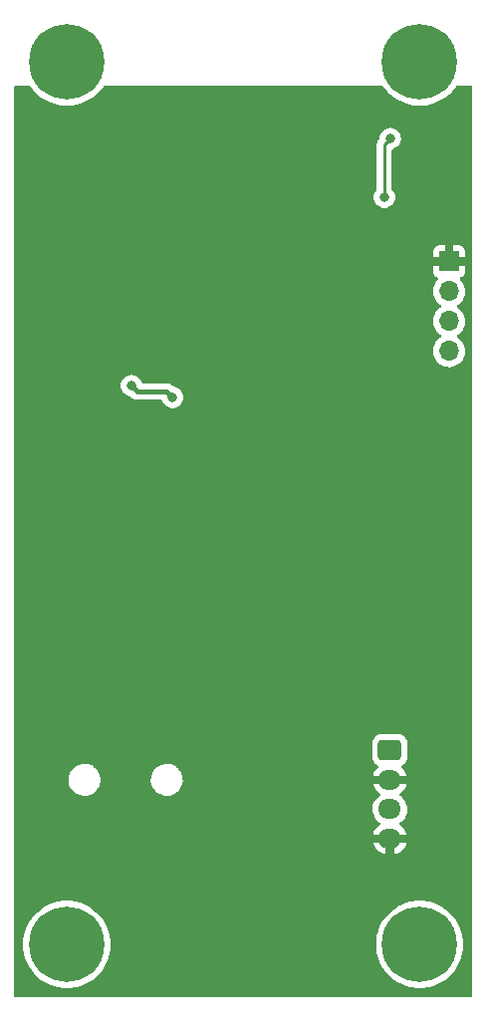
<source format=gbr>
%TF.GenerationSoftware,KiCad,Pcbnew,(6.0.0)*%
%TF.CreationDate,2022-10-20T10:52:42+02:00*%
%TF.ProjectId,ESP-input,4553502d-696e-4707-9574-2e6b69636164,rev?*%
%TF.SameCoordinates,Original*%
%TF.FileFunction,Copper,L2,Bot*%
%TF.FilePolarity,Positive*%
%FSLAX46Y46*%
G04 Gerber Fmt 4.6, Leading zero omitted, Abs format (unit mm)*
G04 Created by KiCad (PCBNEW (6.0.0)) date 2022-10-20 10:52:42*
%MOMM*%
%LPD*%
G01*
G04 APERTURE LIST*
G04 Aperture macros list*
%AMRoundRect*
0 Rectangle with rounded corners*
0 $1 Rounding radius*
0 $2 $3 $4 $5 $6 $7 $8 $9 X,Y pos of 4 corners*
0 Add a 4 corners polygon primitive as box body*
4,1,4,$2,$3,$4,$5,$6,$7,$8,$9,$2,$3,0*
0 Add four circle primitives for the rounded corners*
1,1,$1+$1,$2,$3*
1,1,$1+$1,$4,$5*
1,1,$1+$1,$6,$7*
1,1,$1+$1,$8,$9*
0 Add four rect primitives between the rounded corners*
20,1,$1+$1,$2,$3,$4,$5,0*
20,1,$1+$1,$4,$5,$6,$7,0*
20,1,$1+$1,$6,$7,$8,$9,0*
20,1,$1+$1,$8,$9,$2,$3,0*%
G04 Aperture macros list end*
%TA.AperFunction,ComponentPad*%
%ADD10RoundRect,0.250000X-0.725000X0.600000X-0.725000X-0.600000X0.725000X-0.600000X0.725000X0.600000X0*%
%TD*%
%TA.AperFunction,ComponentPad*%
%ADD11O,1.950000X1.700000*%
%TD*%
%TA.AperFunction,ComponentPad*%
%ADD12C,0.800000*%
%TD*%
%TA.AperFunction,ComponentPad*%
%ADD13C,6.400000*%
%TD*%
%TA.AperFunction,ComponentPad*%
%ADD14R,1.700000X1.700000*%
%TD*%
%TA.AperFunction,ComponentPad*%
%ADD15O,1.700000X1.700000*%
%TD*%
%TA.AperFunction,ViaPad*%
%ADD16C,0.800000*%
%TD*%
%TA.AperFunction,Conductor*%
%ADD17C,0.250000*%
%TD*%
%TA.AperFunction,Conductor*%
%ADD18C,0.400000*%
%TD*%
G04 APERTURE END LIST*
D10*
%TO.P,J2,1,Pin_1*%
%TO.N,+9V*%
X107467500Y-133500000D03*
D11*
%TO.P,J2,2,Pin_2*%
%TO.N,GND*%
X107467500Y-136000000D03*
%TO.P,J2,3,Pin_3*%
%TO.N,/LEFT*%
X107467500Y-138500000D03*
%TO.P,J2,4,Pin_4*%
%TO.N,GND*%
X107467500Y-141000000D03*
%TD*%
D12*
%TO.P,REF\u002A\u002A,1*%
%TO.N,N/C*%
X81697056Y-151697056D03*
X78302944Y-148302944D03*
X81697056Y-148302944D03*
X82400000Y-150000000D03*
X80000000Y-147600000D03*
X78302944Y-151697056D03*
D13*
X80000000Y-150000000D03*
D12*
X80000000Y-152400000D03*
X77600000Y-150000000D03*
%TD*%
%TO.P,REF\u002A\u002A,1*%
%TO.N,N/C*%
X108302944Y-148302944D03*
X110000000Y-152400000D03*
X108302944Y-151697056D03*
X111697056Y-151697056D03*
D13*
X110000000Y-150000000D03*
D12*
X111697056Y-148302944D03*
X112400000Y-150000000D03*
X110000000Y-147600000D03*
X107600000Y-150000000D03*
%TD*%
D14*
%TO.P,J3,1,Pin_1*%
%TO.N,GND*%
X112500000Y-91950000D03*
D15*
%TO.P,J3,2,Pin_2*%
%TO.N,/TX*%
X112500000Y-94490000D03*
%TO.P,J3,3,Pin_3*%
%TO.N,/RX*%
X112500000Y-97030000D03*
%TO.P,J3,4,Pin_4*%
%TO.N,+3V3*%
X112500000Y-99570000D03*
%TD*%
D12*
%TO.P,REF\u002A\u002A,1*%
%TO.N,N/C*%
X111697056Y-73302944D03*
X111697056Y-76697056D03*
X112400000Y-75000000D03*
X107600000Y-75000000D03*
X108302944Y-76697056D03*
D13*
X110000000Y-75000000D03*
D12*
X110000000Y-72600000D03*
X110000000Y-77400000D03*
X108302944Y-73302944D03*
%TD*%
%TO.P,REF\u002A\u002A,1*%
%TO.N,N/C*%
X82400000Y-75000000D03*
X77600000Y-75000000D03*
X81697056Y-76697056D03*
X80000000Y-72600000D03*
X78302944Y-73302944D03*
X78302944Y-76697056D03*
D13*
X80000000Y-75000000D03*
D12*
X81697056Y-73302944D03*
X80000000Y-77400000D03*
%TD*%
D16*
%TO.N,GND*%
X82500000Y-139500000D03*
%TO.N,Net-(A1-Pad25)*%
X107500000Y-81500000D03*
X107000000Y-86500000D03*
%TO.N,GND*%
X93000000Y-122000000D03*
X84500000Y-112500000D03*
X95000000Y-115000000D03*
X88275000Y-112225000D03*
X81000000Y-116000000D03*
X81500000Y-112500000D03*
X84500000Y-121500000D03*
X89000000Y-118000000D03*
X82000000Y-126000000D03*
X86000000Y-129000000D03*
X78000000Y-95000000D03*
X84000000Y-95000000D03*
X90000000Y-83000000D03*
X90000000Y-84000000D03*
X90000000Y-85000000D03*
X90000000Y-86000000D03*
X90000000Y-87000000D03*
X90000000Y-88000000D03*
X91000000Y-89000000D03*
X92000000Y-89000000D03*
X93000000Y-89000000D03*
X94000000Y-89000000D03*
X95000000Y-89000000D03*
X96000000Y-89000000D03*
X97000000Y-87000000D03*
X97000000Y-88000000D03*
X97000000Y-86000000D03*
X97000000Y-85000000D03*
X97000000Y-83000000D03*
X96000000Y-82000000D03*
X95000000Y-82000000D03*
X94000000Y-82000000D03*
X93000000Y-82000000D03*
X91000000Y-82000000D03*
X92000000Y-82000000D03*
X90000000Y-82000000D03*
X90000000Y-89000000D03*
X97000000Y-89000000D03*
X97000000Y-84000000D03*
X97000000Y-82000000D03*
X111000000Y-114000000D03*
X104000000Y-116000000D03*
%TO.N,+3V3*%
X85500000Y-102500000D03*
X89000000Y-103500000D03*
%TD*%
D17*
%TO.N,Net-(A1-Pad25)*%
X107000000Y-82000000D02*
X107500000Y-81500000D01*
X107000000Y-86500000D02*
X107000000Y-82000000D01*
D18*
%TO.N,+3V3*%
X88500000Y-103000000D02*
X89000000Y-103500000D01*
X86000000Y-103000000D02*
X88500000Y-103000000D01*
X85500000Y-102500000D02*
X86000000Y-103000000D01*
%TD*%
%TA.AperFunction,Conductor*%
%TO.N,GND*%
G36*
X76876645Y-77020002D02*
G01*
X76914196Y-77057375D01*
X76995643Y-77182793D01*
X77240266Y-77484876D01*
X77515124Y-77759734D01*
X77817207Y-78004357D01*
X78143205Y-78216062D01*
X78146139Y-78217557D01*
X78146146Y-78217561D01*
X78486607Y-78391034D01*
X78489547Y-78392532D01*
X78852438Y-78531833D01*
X79227901Y-78632438D01*
X79431793Y-78664732D01*
X79608576Y-78692732D01*
X79608584Y-78692733D01*
X79611824Y-78693246D01*
X80000000Y-78713589D01*
X80388176Y-78693246D01*
X80391416Y-78692733D01*
X80391424Y-78692732D01*
X80568207Y-78664732D01*
X80772099Y-78632438D01*
X81147562Y-78531833D01*
X81510453Y-78392532D01*
X81513393Y-78391034D01*
X81853854Y-78217561D01*
X81853861Y-78217557D01*
X81856795Y-78216062D01*
X82182793Y-78004357D01*
X82484876Y-77759734D01*
X82759734Y-77484876D01*
X83004357Y-77182793D01*
X83085804Y-77057375D01*
X83139679Y-77011139D01*
X83191476Y-77000000D01*
X106808524Y-77000000D01*
X106876645Y-77020002D01*
X106914196Y-77057375D01*
X106995643Y-77182793D01*
X107240266Y-77484876D01*
X107515124Y-77759734D01*
X107817207Y-78004357D01*
X108143205Y-78216062D01*
X108146139Y-78217557D01*
X108146146Y-78217561D01*
X108486607Y-78391034D01*
X108489547Y-78392532D01*
X108852438Y-78531833D01*
X109227901Y-78632438D01*
X109431793Y-78664732D01*
X109608576Y-78692732D01*
X109608584Y-78692733D01*
X109611824Y-78693246D01*
X110000000Y-78713589D01*
X110388176Y-78693246D01*
X110391416Y-78692733D01*
X110391424Y-78692732D01*
X110568207Y-78664732D01*
X110772099Y-78632438D01*
X111147562Y-78531833D01*
X111510453Y-78392532D01*
X111513393Y-78391034D01*
X111853854Y-78217561D01*
X111853861Y-78217557D01*
X111856795Y-78216062D01*
X112182793Y-78004357D01*
X112484876Y-77759734D01*
X112759734Y-77484876D01*
X113004357Y-77182793D01*
X113085804Y-77057375D01*
X113139679Y-77011139D01*
X113191476Y-77000000D01*
X114366000Y-77000000D01*
X114434121Y-77020002D01*
X114480614Y-77073658D01*
X114492000Y-77126000D01*
X114492000Y-154366000D01*
X114471998Y-154434121D01*
X114418342Y-154480614D01*
X114366000Y-154492000D01*
X75634000Y-154492000D01*
X75565879Y-154471998D01*
X75519386Y-154418342D01*
X75508000Y-154366000D01*
X75508000Y-150000000D01*
X76286411Y-150000000D01*
X76306754Y-150388176D01*
X76367562Y-150772099D01*
X76468167Y-151147562D01*
X76607468Y-151510453D01*
X76783938Y-151856794D01*
X76995643Y-152182793D01*
X77240266Y-152484876D01*
X77515124Y-152759734D01*
X77817207Y-153004357D01*
X78143205Y-153216062D01*
X78146139Y-153217557D01*
X78146146Y-153217561D01*
X78486607Y-153391034D01*
X78489547Y-153392532D01*
X78852438Y-153531833D01*
X79227901Y-153632438D01*
X79431793Y-153664732D01*
X79608576Y-153692732D01*
X79608584Y-153692733D01*
X79611824Y-153693246D01*
X80000000Y-153713589D01*
X80388176Y-153693246D01*
X80391416Y-153692733D01*
X80391424Y-153692732D01*
X80568207Y-153664732D01*
X80772099Y-153632438D01*
X81147562Y-153531833D01*
X81510453Y-153392532D01*
X81513393Y-153391034D01*
X81853854Y-153217561D01*
X81853861Y-153217557D01*
X81856795Y-153216062D01*
X82182793Y-153004357D01*
X82484876Y-152759734D01*
X82759734Y-152484876D01*
X83004357Y-152182793D01*
X83216062Y-151856794D01*
X83392532Y-151510453D01*
X83531833Y-151147562D01*
X83632438Y-150772099D01*
X83693246Y-150388176D01*
X83713589Y-150000000D01*
X106286411Y-150000000D01*
X106306754Y-150388176D01*
X106367562Y-150772099D01*
X106468167Y-151147562D01*
X106607468Y-151510453D01*
X106783938Y-151856794D01*
X106995643Y-152182793D01*
X107240266Y-152484876D01*
X107515124Y-152759734D01*
X107817207Y-153004357D01*
X108143205Y-153216062D01*
X108146139Y-153217557D01*
X108146146Y-153217561D01*
X108486607Y-153391034D01*
X108489547Y-153392532D01*
X108852438Y-153531833D01*
X109227901Y-153632438D01*
X109431793Y-153664732D01*
X109608576Y-153692732D01*
X109608584Y-153692733D01*
X109611824Y-153693246D01*
X110000000Y-153713589D01*
X110388176Y-153693246D01*
X110391416Y-153692733D01*
X110391424Y-153692732D01*
X110568207Y-153664732D01*
X110772099Y-153632438D01*
X111147562Y-153531833D01*
X111510453Y-153392532D01*
X111513393Y-153391034D01*
X111853854Y-153217561D01*
X111853861Y-153217557D01*
X111856795Y-153216062D01*
X112182793Y-153004357D01*
X112484876Y-152759734D01*
X112759734Y-152484876D01*
X113004357Y-152182793D01*
X113216062Y-151856794D01*
X113392532Y-151510453D01*
X113531833Y-151147562D01*
X113632438Y-150772099D01*
X113693246Y-150388176D01*
X113713589Y-150000000D01*
X113693246Y-149611824D01*
X113632438Y-149227901D01*
X113531833Y-148852438D01*
X113392532Y-148489547D01*
X113216062Y-148143206D01*
X113004357Y-147817207D01*
X112759734Y-147515124D01*
X112484876Y-147240266D01*
X112182793Y-146995643D01*
X111856795Y-146783938D01*
X111853861Y-146782443D01*
X111853854Y-146782439D01*
X111513393Y-146608966D01*
X111510453Y-146607468D01*
X111147562Y-146468167D01*
X110772099Y-146367562D01*
X110568207Y-146335268D01*
X110391424Y-146307268D01*
X110391416Y-146307267D01*
X110388176Y-146306754D01*
X110000000Y-146286411D01*
X109611824Y-146306754D01*
X109608584Y-146307267D01*
X109608576Y-146307268D01*
X109431793Y-146335268D01*
X109227901Y-146367562D01*
X108852438Y-146468167D01*
X108489547Y-146607468D01*
X108486607Y-146608966D01*
X108146147Y-146782439D01*
X108146140Y-146782443D01*
X108143206Y-146783938D01*
X107817207Y-146995643D01*
X107515124Y-147240266D01*
X107240266Y-147515124D01*
X106995643Y-147817207D01*
X106783938Y-148143206D01*
X106607468Y-148489547D01*
X106468167Y-148852438D01*
X106367562Y-149227901D01*
X106306754Y-149611824D01*
X106286411Y-150000000D01*
X83713589Y-150000000D01*
X83693246Y-149611824D01*
X83632438Y-149227901D01*
X83531833Y-148852438D01*
X83392532Y-148489547D01*
X83216062Y-148143206D01*
X83004357Y-147817207D01*
X82759734Y-147515124D01*
X82484876Y-147240266D01*
X82182793Y-146995643D01*
X81856795Y-146783938D01*
X81853861Y-146782443D01*
X81853854Y-146782439D01*
X81513393Y-146608966D01*
X81510453Y-146607468D01*
X81147562Y-146468167D01*
X80772099Y-146367562D01*
X80568207Y-146335268D01*
X80391424Y-146307268D01*
X80391416Y-146307267D01*
X80388176Y-146306754D01*
X80000000Y-146286411D01*
X79611824Y-146306754D01*
X79608584Y-146307267D01*
X79608576Y-146307268D01*
X79431793Y-146335268D01*
X79227901Y-146367562D01*
X78852438Y-146468167D01*
X78489547Y-146607468D01*
X78486607Y-146608966D01*
X78146147Y-146782439D01*
X78146140Y-146782443D01*
X78143206Y-146783938D01*
X77817207Y-146995643D01*
X77515124Y-147240266D01*
X77240266Y-147515124D01*
X76995643Y-147817207D01*
X76783938Y-148143206D01*
X76607468Y-148489547D01*
X76468167Y-148852438D01*
X76367562Y-149227901D01*
X76306754Y-149611824D01*
X76286411Y-150000000D01*
X75508000Y-150000000D01*
X75508000Y-141364580D01*
X106031395Y-141364580D01*
X106035978Y-141386425D01*
X106039035Y-141396612D01*
X106119763Y-141601029D01*
X106124494Y-141610561D01*
X106238516Y-141798462D01*
X106244780Y-141807052D01*
X106388827Y-141973052D01*
X106396458Y-141980472D01*
X106566411Y-142119826D01*
X106575178Y-142125850D01*
X106766182Y-142234576D01*
X106775846Y-142239041D01*
X106982441Y-142314031D01*
X106992708Y-142316802D01*
X107099674Y-142336145D01*
X107112913Y-142334727D01*
X107115741Y-142325703D01*
X107817500Y-142325703D01*
X107821810Y-142340383D01*
X107829028Y-142341636D01*
X108040035Y-142286870D01*
X108050075Y-142283335D01*
X108250470Y-142193063D01*
X108259756Y-142187894D01*
X108442075Y-142065150D01*
X108450370Y-142058481D01*
X108609400Y-141906772D01*
X108616441Y-141898814D01*
X108747641Y-141722475D01*
X108753245Y-141713438D01*
X108852857Y-141517516D01*
X108856857Y-141507665D01*
X108900441Y-141367300D01*
X108900659Y-141353201D01*
X108893928Y-141350000D01*
X107835615Y-141350000D01*
X107820376Y-141354475D01*
X107819171Y-141355865D01*
X107817500Y-141363548D01*
X107817500Y-142325703D01*
X107115741Y-142325703D01*
X107117500Y-142320088D01*
X107117500Y-141368115D01*
X107113025Y-141352876D01*
X107111635Y-141351671D01*
X107103952Y-141350000D01*
X106046451Y-141350000D01*
X106032920Y-141353973D01*
X106031395Y-141364580D01*
X75508000Y-141364580D01*
X75508000Y-138435774D01*
X105980602Y-138435774D01*
X105989251Y-138666158D01*
X106036593Y-138891791D01*
X106121276Y-139106221D01*
X106240877Y-139303317D01*
X106244374Y-139307347D01*
X106330938Y-139407103D01*
X106391977Y-139477445D01*
X106396108Y-139480832D01*
X106566127Y-139620240D01*
X106566133Y-139620244D01*
X106570255Y-139623624D01*
X106574898Y-139626267D01*
X106602235Y-139641829D01*
X106651541Y-139692912D01*
X106665402Y-139762542D01*
X106639418Y-139828613D01*
X106610268Y-139855851D01*
X106492922Y-139934852D01*
X106484630Y-139941519D01*
X106325600Y-140093228D01*
X106318559Y-140101186D01*
X106187359Y-140277525D01*
X106181755Y-140286562D01*
X106082143Y-140482484D01*
X106078143Y-140492335D01*
X106034559Y-140632700D01*
X106034341Y-140646799D01*
X106041072Y-140650000D01*
X108888549Y-140650000D01*
X108902080Y-140646027D01*
X108903605Y-140635420D01*
X108899022Y-140613575D01*
X108895965Y-140603388D01*
X108815237Y-140398971D01*
X108810506Y-140389439D01*
X108696484Y-140201538D01*
X108690220Y-140192948D01*
X108546173Y-140026948D01*
X108538542Y-140019528D01*
X108368589Y-139880174D01*
X108359826Y-139874152D01*
X108332789Y-139858762D01*
X108283482Y-139807680D01*
X108269620Y-139738049D01*
X108295603Y-139671978D01*
X108324753Y-139644739D01*
X108378032Y-139608869D01*
X108446819Y-139562559D01*
X108613635Y-139403424D01*
X108751254Y-139218458D01*
X108855740Y-139012949D01*
X108891821Y-138896752D01*
X108922524Y-138797871D01*
X108924107Y-138792773D01*
X108924808Y-138787484D01*
X108953698Y-138569511D01*
X108953698Y-138569506D01*
X108954398Y-138564226D01*
X108945749Y-138333842D01*
X108898407Y-138108209D01*
X108813724Y-137893779D01*
X108694123Y-137696683D01*
X108607255Y-137596576D01*
X108546523Y-137526588D01*
X108546521Y-137526586D01*
X108543023Y-137522555D01*
X108501470Y-137488484D01*
X108368873Y-137379760D01*
X108368867Y-137379756D01*
X108364745Y-137376376D01*
X108360102Y-137373733D01*
X108332765Y-137358171D01*
X108283459Y-137307088D01*
X108269598Y-137237458D01*
X108295582Y-137171387D01*
X108324732Y-137144149D01*
X108442078Y-137065148D01*
X108450370Y-137058481D01*
X108609400Y-136906772D01*
X108616441Y-136898814D01*
X108747641Y-136722475D01*
X108753245Y-136713438D01*
X108852857Y-136517516D01*
X108856857Y-136507665D01*
X108900441Y-136367300D01*
X108900659Y-136353201D01*
X108893928Y-136350000D01*
X106046451Y-136350000D01*
X106032920Y-136353973D01*
X106031395Y-136364580D01*
X106035978Y-136386425D01*
X106039035Y-136396612D01*
X106119763Y-136601029D01*
X106124494Y-136610561D01*
X106238516Y-136798462D01*
X106244780Y-136807052D01*
X106388827Y-136973052D01*
X106396458Y-136980472D01*
X106566411Y-137119826D01*
X106575174Y-137125848D01*
X106602211Y-137141238D01*
X106651518Y-137192320D01*
X106665380Y-137261951D01*
X106639397Y-137328022D01*
X106610247Y-137355261D01*
X106605540Y-137358430D01*
X106488181Y-137437441D01*
X106321365Y-137596576D01*
X106183746Y-137781542D01*
X106079260Y-137987051D01*
X106077678Y-137992145D01*
X106077677Y-137992148D01*
X106015615Y-138192020D01*
X106010893Y-138207227D01*
X106010192Y-138212516D01*
X105994804Y-138328623D01*
X105980602Y-138435774D01*
X75508000Y-138435774D01*
X75508000Y-135935774D01*
X80138102Y-135935774D01*
X80146751Y-136166158D01*
X80194093Y-136391791D01*
X80196051Y-136396750D01*
X80196052Y-136396752D01*
X80276726Y-136601029D01*
X80278776Y-136606221D01*
X80398377Y-136803317D01*
X80401874Y-136807347D01*
X80488438Y-136907103D01*
X80549477Y-136977445D01*
X80553608Y-136980832D01*
X80723627Y-137120240D01*
X80723633Y-137120244D01*
X80727755Y-137123624D01*
X80732391Y-137126263D01*
X80732394Y-137126265D01*
X80850522Y-137193507D01*
X80928114Y-137237675D01*
X81144825Y-137316337D01*
X81150074Y-137317286D01*
X81150077Y-137317287D01*
X81367608Y-137356623D01*
X81367615Y-137356624D01*
X81371692Y-137357361D01*
X81388868Y-137358171D01*
X81394356Y-137358430D01*
X81394363Y-137358430D01*
X81395844Y-137358500D01*
X81557890Y-137358500D01*
X81624809Y-137352822D01*
X81724409Y-137344371D01*
X81724413Y-137344370D01*
X81729720Y-137343920D01*
X81734875Y-137342582D01*
X81734881Y-137342581D01*
X81947703Y-137287343D01*
X81947707Y-137287342D01*
X81952872Y-137286001D01*
X81957738Y-137283809D01*
X81957741Y-137283808D01*
X82158202Y-137193507D01*
X82163075Y-137191312D01*
X82354319Y-137062559D01*
X82521135Y-136903424D01*
X82658754Y-136718458D01*
X82661307Y-136713438D01*
X82760822Y-136517704D01*
X82763240Y-136512949D01*
X82799321Y-136396752D01*
X82830024Y-136297871D01*
X82831607Y-136292773D01*
X82832308Y-136287484D01*
X82861198Y-136069511D01*
X82861198Y-136069506D01*
X82861898Y-136064226D01*
X82857076Y-135935774D01*
X87138102Y-135935774D01*
X87146751Y-136166158D01*
X87194093Y-136391791D01*
X87196051Y-136396750D01*
X87196052Y-136396752D01*
X87276726Y-136601029D01*
X87278776Y-136606221D01*
X87398377Y-136803317D01*
X87401874Y-136807347D01*
X87488438Y-136907103D01*
X87549477Y-136977445D01*
X87553608Y-136980832D01*
X87723627Y-137120240D01*
X87723633Y-137120244D01*
X87727755Y-137123624D01*
X87732391Y-137126263D01*
X87732394Y-137126265D01*
X87850522Y-137193507D01*
X87928114Y-137237675D01*
X88144825Y-137316337D01*
X88150074Y-137317286D01*
X88150077Y-137317287D01*
X88367608Y-137356623D01*
X88367615Y-137356624D01*
X88371692Y-137357361D01*
X88388868Y-137358171D01*
X88394356Y-137358430D01*
X88394363Y-137358430D01*
X88395844Y-137358500D01*
X88557890Y-137358500D01*
X88624809Y-137352822D01*
X88724409Y-137344371D01*
X88724413Y-137344370D01*
X88729720Y-137343920D01*
X88734875Y-137342582D01*
X88734881Y-137342581D01*
X88947703Y-137287343D01*
X88947707Y-137287342D01*
X88952872Y-137286001D01*
X88957738Y-137283809D01*
X88957741Y-137283808D01*
X89158202Y-137193507D01*
X89163075Y-137191312D01*
X89354319Y-137062559D01*
X89521135Y-136903424D01*
X89658754Y-136718458D01*
X89661307Y-136713438D01*
X89760822Y-136517704D01*
X89763240Y-136512949D01*
X89799321Y-136396752D01*
X89830024Y-136297871D01*
X89831607Y-136292773D01*
X89832308Y-136287484D01*
X89861198Y-136069511D01*
X89861198Y-136069506D01*
X89861898Y-136064226D01*
X89853249Y-135833842D01*
X89805907Y-135608209D01*
X89756181Y-135482296D01*
X89723185Y-135398744D01*
X89723184Y-135398742D01*
X89721224Y-135393779D01*
X89601623Y-135196683D01*
X89511855Y-135093234D01*
X89454023Y-135026588D01*
X89454021Y-135026586D01*
X89450523Y-135022555D01*
X89395355Y-134977320D01*
X89276373Y-134879760D01*
X89276367Y-134879756D01*
X89272245Y-134876376D01*
X89267609Y-134873737D01*
X89267606Y-134873735D01*
X89076529Y-134764968D01*
X89071886Y-134762325D01*
X88855175Y-134683663D01*
X88849926Y-134682714D01*
X88849923Y-134682713D01*
X88632392Y-134643377D01*
X88632385Y-134643376D01*
X88628308Y-134642639D01*
X88610586Y-134641803D01*
X88605644Y-134641570D01*
X88605637Y-134641570D01*
X88604156Y-134641500D01*
X88442110Y-134641500D01*
X88375191Y-134647178D01*
X88275591Y-134655629D01*
X88275587Y-134655630D01*
X88270280Y-134656080D01*
X88265125Y-134657418D01*
X88265119Y-134657419D01*
X88052297Y-134712657D01*
X88052293Y-134712658D01*
X88047128Y-134713999D01*
X88042262Y-134716191D01*
X88042259Y-134716192D01*
X87933980Y-134764968D01*
X87836925Y-134808688D01*
X87645681Y-134937441D01*
X87478865Y-135096576D01*
X87341246Y-135281542D01*
X87338830Y-135286293D01*
X87338828Y-135286297D01*
X87289003Y-135384296D01*
X87236760Y-135487051D01*
X87235178Y-135492145D01*
X87235177Y-135492148D01*
X87186163Y-135650000D01*
X87168393Y-135707227D01*
X87167692Y-135712516D01*
X87152304Y-135828623D01*
X87138102Y-135935774D01*
X82857076Y-135935774D01*
X82853249Y-135833842D01*
X82805907Y-135608209D01*
X82756181Y-135482296D01*
X82723185Y-135398744D01*
X82723184Y-135398742D01*
X82721224Y-135393779D01*
X82601623Y-135196683D01*
X82511855Y-135093234D01*
X82454023Y-135026588D01*
X82454021Y-135026586D01*
X82450523Y-135022555D01*
X82395355Y-134977320D01*
X82276373Y-134879760D01*
X82276367Y-134879756D01*
X82272245Y-134876376D01*
X82267609Y-134873737D01*
X82267606Y-134873735D01*
X82076529Y-134764968D01*
X82071886Y-134762325D01*
X81855175Y-134683663D01*
X81849926Y-134682714D01*
X81849923Y-134682713D01*
X81632392Y-134643377D01*
X81632385Y-134643376D01*
X81628308Y-134642639D01*
X81610586Y-134641803D01*
X81605644Y-134641570D01*
X81605637Y-134641570D01*
X81604156Y-134641500D01*
X81442110Y-134641500D01*
X81375191Y-134647178D01*
X81275591Y-134655629D01*
X81275587Y-134655630D01*
X81270280Y-134656080D01*
X81265125Y-134657418D01*
X81265119Y-134657419D01*
X81052297Y-134712657D01*
X81052293Y-134712658D01*
X81047128Y-134713999D01*
X81042262Y-134716191D01*
X81042259Y-134716192D01*
X80933980Y-134764968D01*
X80836925Y-134808688D01*
X80645681Y-134937441D01*
X80478865Y-135096576D01*
X80341246Y-135281542D01*
X80338830Y-135286293D01*
X80338828Y-135286297D01*
X80289003Y-135384296D01*
X80236760Y-135487051D01*
X80235178Y-135492145D01*
X80235177Y-135492148D01*
X80186163Y-135650000D01*
X80168393Y-135707227D01*
X80167692Y-135712516D01*
X80152304Y-135828623D01*
X80138102Y-135935774D01*
X75508000Y-135935774D01*
X75508000Y-134150400D01*
X105984000Y-134150400D01*
X105994974Y-134256166D01*
X106050950Y-134423946D01*
X106144022Y-134574348D01*
X106269197Y-134699305D01*
X106414758Y-134789030D01*
X106415280Y-134789352D01*
X106462773Y-134842124D01*
X106474197Y-134912196D01*
X106445923Y-134977320D01*
X106436136Y-134987782D01*
X106325594Y-135093234D01*
X106318559Y-135101186D01*
X106187359Y-135277525D01*
X106181755Y-135286562D01*
X106082143Y-135482484D01*
X106078143Y-135492335D01*
X106034559Y-135632700D01*
X106034341Y-135646799D01*
X106041072Y-135650000D01*
X108888549Y-135650000D01*
X108902080Y-135646027D01*
X108903605Y-135635420D01*
X108899022Y-135613575D01*
X108895965Y-135603388D01*
X108815237Y-135398971D01*
X108810506Y-135389439D01*
X108696484Y-135201538D01*
X108690220Y-135192948D01*
X108546173Y-135026948D01*
X108538544Y-135019530D01*
X108506931Y-134993609D01*
X108466936Y-134934949D01*
X108465004Y-134863979D01*
X108501748Y-134803230D01*
X108520518Y-134789030D01*
X108660620Y-134702332D01*
X108666848Y-134698478D01*
X108707836Y-134657419D01*
X108786634Y-134578483D01*
X108791805Y-134573303D01*
X108884615Y-134422738D01*
X108940297Y-134254861D01*
X108951000Y-134150400D01*
X108951000Y-132849600D01*
X108940026Y-132743834D01*
X108884050Y-132576054D01*
X108790978Y-132425652D01*
X108665803Y-132300695D01*
X108659572Y-132296854D01*
X108521468Y-132211725D01*
X108521466Y-132211724D01*
X108515238Y-132207885D01*
X108354754Y-132154655D01*
X108353889Y-132154368D01*
X108353887Y-132154368D01*
X108347361Y-132152203D01*
X108340525Y-132151503D01*
X108340522Y-132151502D01*
X108297469Y-132147091D01*
X108242900Y-132141500D01*
X106692100Y-132141500D01*
X106688854Y-132141837D01*
X106688850Y-132141837D01*
X106593192Y-132151762D01*
X106593188Y-132151763D01*
X106586334Y-132152474D01*
X106579798Y-132154655D01*
X106579796Y-132154655D01*
X106447694Y-132198728D01*
X106418554Y-132208450D01*
X106268152Y-132301522D01*
X106143195Y-132426697D01*
X106050385Y-132577262D01*
X105994703Y-132745139D01*
X105984000Y-132849600D01*
X105984000Y-134150400D01*
X75508000Y-134150400D01*
X75508000Y-102500000D01*
X84586496Y-102500000D01*
X84606458Y-102689928D01*
X84665473Y-102871556D01*
X84760960Y-103036944D01*
X84888747Y-103178866D01*
X85043248Y-103291118D01*
X85049276Y-103293802D01*
X85049278Y-103293803D01*
X85100560Y-103316635D01*
X85217712Y-103368794D01*
X85354411Y-103397850D01*
X85370569Y-103401285D01*
X85433467Y-103435437D01*
X85478550Y-103480520D01*
X85484404Y-103486785D01*
X85522439Y-103530385D01*
X85528657Y-103534755D01*
X85574697Y-103567112D01*
X85579993Y-103571045D01*
X85630282Y-103610477D01*
X85637204Y-103613602D01*
X85639452Y-103614964D01*
X85654185Y-103623368D01*
X85656524Y-103624622D01*
X85662739Y-103628990D01*
X85669815Y-103631749D01*
X85669819Y-103631751D01*
X85722269Y-103652200D01*
X85728334Y-103654749D01*
X85786573Y-103681045D01*
X85794038Y-103682429D01*
X85796582Y-103683226D01*
X85812848Y-103687859D01*
X85815428Y-103688521D01*
X85822509Y-103691282D01*
X85830042Y-103692274D01*
X85830043Y-103692274D01*
X85859912Y-103696206D01*
X85885857Y-103699622D01*
X85892355Y-103700650D01*
X85955187Y-103712296D01*
X85962767Y-103711859D01*
X85962768Y-103711859D01*
X86017393Y-103708709D01*
X86024647Y-103708500D01*
X88020948Y-103708500D01*
X88089069Y-103728502D01*
X88135562Y-103782158D01*
X88140781Y-103795562D01*
X88165473Y-103871556D01*
X88260960Y-104036944D01*
X88388747Y-104178866D01*
X88543248Y-104291118D01*
X88549276Y-104293802D01*
X88549278Y-104293803D01*
X88711681Y-104366109D01*
X88717712Y-104368794D01*
X88811113Y-104388647D01*
X88898056Y-104407128D01*
X88898061Y-104407128D01*
X88904513Y-104408500D01*
X89095487Y-104408500D01*
X89101939Y-104407128D01*
X89101944Y-104407128D01*
X89188887Y-104388647D01*
X89282288Y-104368794D01*
X89288319Y-104366109D01*
X89450722Y-104293803D01*
X89450724Y-104293802D01*
X89456752Y-104291118D01*
X89611253Y-104178866D01*
X89739040Y-104036944D01*
X89834527Y-103871556D01*
X89893542Y-103689928D01*
X89894247Y-103683226D01*
X89912814Y-103506565D01*
X89913504Y-103500000D01*
X89893542Y-103310072D01*
X89834527Y-103128444D01*
X89739040Y-102963056D01*
X89611253Y-102821134D01*
X89456752Y-102708882D01*
X89450724Y-102706198D01*
X89450722Y-102706197D01*
X89288319Y-102633891D01*
X89288318Y-102633891D01*
X89282288Y-102631206D01*
X89129431Y-102598715D01*
X89066533Y-102564563D01*
X89021450Y-102519480D01*
X89015596Y-102513215D01*
X89004068Y-102500000D01*
X88977561Y-102469615D01*
X88925280Y-102432871D01*
X88919986Y-102428939D01*
X88875693Y-102394209D01*
X88869718Y-102389524D01*
X88862802Y-102386401D01*
X88860516Y-102385017D01*
X88845835Y-102376643D01*
X88843475Y-102375378D01*
X88837261Y-102371010D01*
X88830182Y-102368250D01*
X88830180Y-102368249D01*
X88777725Y-102347798D01*
X88771656Y-102345247D01*
X88713427Y-102318955D01*
X88705960Y-102317571D01*
X88703405Y-102316770D01*
X88687152Y-102312141D01*
X88684572Y-102311478D01*
X88677491Y-102308718D01*
X88669960Y-102307727D01*
X88669958Y-102307726D01*
X88640089Y-102303794D01*
X88614139Y-102300378D01*
X88607641Y-102299348D01*
X88544814Y-102287704D01*
X88537234Y-102288141D01*
X88537233Y-102288141D01*
X88482608Y-102291291D01*
X88475354Y-102291500D01*
X86479052Y-102291500D01*
X86410931Y-102271498D01*
X86364438Y-102217842D01*
X86359219Y-102204437D01*
X86336568Y-102134725D01*
X86336567Y-102134724D01*
X86334527Y-102128444D01*
X86239040Y-101963056D01*
X86111253Y-101821134D01*
X85956752Y-101708882D01*
X85950724Y-101706198D01*
X85950722Y-101706197D01*
X85788319Y-101633891D01*
X85788318Y-101633891D01*
X85782288Y-101631206D01*
X85688887Y-101611353D01*
X85601944Y-101592872D01*
X85601939Y-101592872D01*
X85595487Y-101591500D01*
X85404513Y-101591500D01*
X85398061Y-101592872D01*
X85398056Y-101592872D01*
X85311113Y-101611353D01*
X85217712Y-101631206D01*
X85211682Y-101633891D01*
X85211681Y-101633891D01*
X85049278Y-101706197D01*
X85049276Y-101706198D01*
X85043248Y-101708882D01*
X84888747Y-101821134D01*
X84760960Y-101963056D01*
X84665473Y-102128444D01*
X84606458Y-102310072D01*
X84605768Y-102316633D01*
X84605768Y-102316635D01*
X84602619Y-102346601D01*
X84586496Y-102500000D01*
X75508000Y-102500000D01*
X75508000Y-99536695D01*
X111137251Y-99536695D01*
X111137548Y-99541848D01*
X111137548Y-99541851D01*
X111143011Y-99636590D01*
X111150110Y-99759715D01*
X111151247Y-99764761D01*
X111151248Y-99764767D01*
X111171119Y-99852939D01*
X111199222Y-99977639D01*
X111283266Y-100184616D01*
X111399987Y-100375088D01*
X111546250Y-100543938D01*
X111718126Y-100686632D01*
X111911000Y-100799338D01*
X112119692Y-100879030D01*
X112124760Y-100880061D01*
X112124763Y-100880062D01*
X112232017Y-100901883D01*
X112338597Y-100923567D01*
X112343772Y-100923757D01*
X112343774Y-100923757D01*
X112556673Y-100931564D01*
X112556677Y-100931564D01*
X112561837Y-100931753D01*
X112566957Y-100931097D01*
X112566959Y-100931097D01*
X112778288Y-100904025D01*
X112778289Y-100904025D01*
X112783416Y-100903368D01*
X112788366Y-100901883D01*
X112992429Y-100840661D01*
X112992434Y-100840659D01*
X112997384Y-100839174D01*
X113197994Y-100740896D01*
X113379860Y-100611173D01*
X113538096Y-100453489D01*
X113597594Y-100370689D01*
X113665435Y-100276277D01*
X113668453Y-100272077D01*
X113767430Y-100071811D01*
X113832370Y-99858069D01*
X113861529Y-99636590D01*
X113863156Y-99570000D01*
X113844852Y-99347361D01*
X113790431Y-99130702D01*
X113701354Y-98925840D01*
X113580014Y-98738277D01*
X113429670Y-98573051D01*
X113425619Y-98569852D01*
X113425615Y-98569848D01*
X113258414Y-98437800D01*
X113258410Y-98437798D01*
X113254359Y-98434598D01*
X113213053Y-98411796D01*
X113163084Y-98361364D01*
X113148312Y-98291921D01*
X113173428Y-98225516D01*
X113200780Y-98198909D01*
X113244603Y-98167650D01*
X113379860Y-98071173D01*
X113538096Y-97913489D01*
X113597594Y-97830689D01*
X113665435Y-97736277D01*
X113668453Y-97732077D01*
X113767430Y-97531811D01*
X113832370Y-97318069D01*
X113861529Y-97096590D01*
X113863156Y-97030000D01*
X113844852Y-96807361D01*
X113790431Y-96590702D01*
X113701354Y-96385840D01*
X113580014Y-96198277D01*
X113429670Y-96033051D01*
X113425619Y-96029852D01*
X113425615Y-96029848D01*
X113258414Y-95897800D01*
X113258410Y-95897798D01*
X113254359Y-95894598D01*
X113213053Y-95871796D01*
X113163084Y-95821364D01*
X113148312Y-95751921D01*
X113173428Y-95685516D01*
X113200780Y-95658909D01*
X113244603Y-95627650D01*
X113379860Y-95531173D01*
X113538096Y-95373489D01*
X113597594Y-95290689D01*
X113665435Y-95196277D01*
X113668453Y-95192077D01*
X113767430Y-94991811D01*
X113832370Y-94778069D01*
X113861529Y-94556590D01*
X113863156Y-94490000D01*
X113844852Y-94267361D01*
X113790431Y-94050702D01*
X113701354Y-93845840D01*
X113580014Y-93658277D01*
X113576540Y-93654459D01*
X113576533Y-93654450D01*
X113432435Y-93496088D01*
X113401383Y-93432242D01*
X113409779Y-93361744D01*
X113454956Y-93306976D01*
X113481400Y-93293307D01*
X113588052Y-93253325D01*
X113603649Y-93244786D01*
X113705724Y-93168285D01*
X113718285Y-93155724D01*
X113794786Y-93053649D01*
X113803324Y-93038054D01*
X113848478Y-92917606D01*
X113852105Y-92902351D01*
X113857631Y-92851486D01*
X113858000Y-92844672D01*
X113858000Y-92318115D01*
X113853525Y-92302876D01*
X113852135Y-92301671D01*
X113844452Y-92300000D01*
X111160116Y-92300000D01*
X111144877Y-92304475D01*
X111143672Y-92305865D01*
X111142001Y-92313548D01*
X111142001Y-92844669D01*
X111142371Y-92851490D01*
X111147895Y-92902352D01*
X111151521Y-92917604D01*
X111196676Y-93038054D01*
X111205214Y-93053649D01*
X111281715Y-93155724D01*
X111294276Y-93168285D01*
X111396351Y-93244786D01*
X111411946Y-93253324D01*
X111520827Y-93294142D01*
X111577591Y-93336784D01*
X111602291Y-93403345D01*
X111587083Y-93472694D01*
X111567691Y-93499175D01*
X111444200Y-93628401D01*
X111440629Y-93632138D01*
X111314743Y-93816680D01*
X111220688Y-94019305D01*
X111160989Y-94234570D01*
X111137251Y-94456695D01*
X111137548Y-94461848D01*
X111137548Y-94461851D01*
X111143011Y-94556590D01*
X111150110Y-94679715D01*
X111151247Y-94684761D01*
X111151248Y-94684767D01*
X111171119Y-94772939D01*
X111199222Y-94897639D01*
X111283266Y-95104616D01*
X111399987Y-95295088D01*
X111546250Y-95463938D01*
X111718126Y-95606632D01*
X111788595Y-95647811D01*
X111791445Y-95649476D01*
X111840169Y-95701114D01*
X111853240Y-95770897D01*
X111826509Y-95836669D01*
X111786055Y-95870027D01*
X111773607Y-95876507D01*
X111769474Y-95879610D01*
X111769471Y-95879612D01*
X111745247Y-95897800D01*
X111594965Y-96010635D01*
X111440629Y-96172138D01*
X111314743Y-96356680D01*
X111220688Y-96559305D01*
X111160989Y-96774570D01*
X111137251Y-96996695D01*
X111137548Y-97001848D01*
X111137548Y-97001851D01*
X111143011Y-97096590D01*
X111150110Y-97219715D01*
X111151247Y-97224761D01*
X111151248Y-97224767D01*
X111171119Y-97312939D01*
X111199222Y-97437639D01*
X111283266Y-97644616D01*
X111399987Y-97835088D01*
X111546250Y-98003938D01*
X111718126Y-98146632D01*
X111788595Y-98187811D01*
X111791445Y-98189476D01*
X111840169Y-98241114D01*
X111853240Y-98310897D01*
X111826509Y-98376669D01*
X111786055Y-98410027D01*
X111773607Y-98416507D01*
X111769474Y-98419610D01*
X111769471Y-98419612D01*
X111745247Y-98437800D01*
X111594965Y-98550635D01*
X111440629Y-98712138D01*
X111314743Y-98896680D01*
X111220688Y-99099305D01*
X111160989Y-99314570D01*
X111137251Y-99536695D01*
X75508000Y-99536695D01*
X75508000Y-91581885D01*
X111142000Y-91581885D01*
X111146475Y-91597124D01*
X111147865Y-91598329D01*
X111155548Y-91600000D01*
X112131885Y-91600000D01*
X112147124Y-91595525D01*
X112148329Y-91594135D01*
X112150000Y-91586452D01*
X112150000Y-91581885D01*
X112850000Y-91581885D01*
X112854475Y-91597124D01*
X112855865Y-91598329D01*
X112863548Y-91600000D01*
X113839884Y-91600000D01*
X113855123Y-91595525D01*
X113856328Y-91594135D01*
X113857999Y-91586452D01*
X113857999Y-91055331D01*
X113857629Y-91048510D01*
X113852105Y-90997648D01*
X113848479Y-90982396D01*
X113803324Y-90861946D01*
X113794786Y-90846351D01*
X113718285Y-90744276D01*
X113705724Y-90731715D01*
X113603649Y-90655214D01*
X113588054Y-90646676D01*
X113467606Y-90601522D01*
X113452351Y-90597895D01*
X113401486Y-90592369D01*
X113394672Y-90592000D01*
X112868115Y-90592000D01*
X112852876Y-90596475D01*
X112851671Y-90597865D01*
X112850000Y-90605548D01*
X112850000Y-91581885D01*
X112150000Y-91581885D01*
X112150000Y-90610116D01*
X112145525Y-90594877D01*
X112144135Y-90593672D01*
X112136452Y-90592001D01*
X111605331Y-90592001D01*
X111598510Y-90592371D01*
X111547648Y-90597895D01*
X111532396Y-90601521D01*
X111411946Y-90646676D01*
X111396351Y-90655214D01*
X111294276Y-90731715D01*
X111281715Y-90744276D01*
X111205214Y-90846351D01*
X111196676Y-90861946D01*
X111151522Y-90982394D01*
X111147895Y-90997649D01*
X111142369Y-91048514D01*
X111142000Y-91055328D01*
X111142000Y-91581885D01*
X75508000Y-91581885D01*
X75508000Y-86500000D01*
X106086496Y-86500000D01*
X106106458Y-86689928D01*
X106165473Y-86871556D01*
X106260960Y-87036944D01*
X106388747Y-87178866D01*
X106543248Y-87291118D01*
X106549276Y-87293802D01*
X106549278Y-87293803D01*
X106711681Y-87366109D01*
X106717712Y-87368794D01*
X106811112Y-87388647D01*
X106898056Y-87407128D01*
X106898061Y-87407128D01*
X106904513Y-87408500D01*
X107095487Y-87408500D01*
X107101939Y-87407128D01*
X107101944Y-87407128D01*
X107188888Y-87388647D01*
X107282288Y-87368794D01*
X107288319Y-87366109D01*
X107450722Y-87293803D01*
X107450724Y-87293802D01*
X107456752Y-87291118D01*
X107611253Y-87178866D01*
X107739040Y-87036944D01*
X107834527Y-86871556D01*
X107893542Y-86689928D01*
X107913504Y-86500000D01*
X107893542Y-86310072D01*
X107834527Y-86128444D01*
X107739040Y-85963056D01*
X107665863Y-85881785D01*
X107635147Y-85817779D01*
X107633500Y-85797476D01*
X107633500Y-82502453D01*
X107653502Y-82434332D01*
X107707158Y-82387839D01*
X107733302Y-82379206D01*
X107782288Y-82368794D01*
X107788319Y-82366109D01*
X107950722Y-82293803D01*
X107950724Y-82293802D01*
X107956752Y-82291118D01*
X108111253Y-82178866D01*
X108239040Y-82036944D01*
X108334527Y-81871556D01*
X108393542Y-81689928D01*
X108404737Y-81583419D01*
X108412814Y-81506565D01*
X108413504Y-81500000D01*
X108393542Y-81310072D01*
X108334527Y-81128444D01*
X108239040Y-80963056D01*
X108111253Y-80821134D01*
X107956752Y-80708882D01*
X107950724Y-80706198D01*
X107950722Y-80706197D01*
X107788319Y-80633891D01*
X107788318Y-80633891D01*
X107782288Y-80631206D01*
X107688887Y-80611353D01*
X107601944Y-80592872D01*
X107601939Y-80592872D01*
X107595487Y-80591500D01*
X107404513Y-80591500D01*
X107398061Y-80592872D01*
X107398056Y-80592872D01*
X107311113Y-80611353D01*
X107217712Y-80631206D01*
X107211682Y-80633891D01*
X107211681Y-80633891D01*
X107049278Y-80706197D01*
X107049276Y-80706198D01*
X107043248Y-80708882D01*
X106888747Y-80821134D01*
X106760960Y-80963056D01*
X106665473Y-81128444D01*
X106606458Y-81310072D01*
X106605769Y-81316631D01*
X106605768Y-81316634D01*
X106589164Y-81474615D01*
X106562151Y-81540271D01*
X106555705Y-81547695D01*
X106546356Y-81557651D01*
X106543600Y-81560495D01*
X106523865Y-81580230D01*
X106521385Y-81583427D01*
X106513682Y-81592447D01*
X106483414Y-81624679D01*
X106479595Y-81631625D01*
X106479593Y-81631628D01*
X106473652Y-81642434D01*
X106462801Y-81658953D01*
X106450386Y-81674959D01*
X106447241Y-81682228D01*
X106447238Y-81682232D01*
X106432826Y-81715537D01*
X106427609Y-81726187D01*
X106406305Y-81764940D01*
X106404334Y-81772615D01*
X106404334Y-81772616D01*
X106401267Y-81784562D01*
X106394863Y-81803266D01*
X106386819Y-81821855D01*
X106385580Y-81829678D01*
X106385577Y-81829688D01*
X106379901Y-81865524D01*
X106377495Y-81877144D01*
X106368472Y-81912289D01*
X106366500Y-81919970D01*
X106366500Y-81940224D01*
X106364949Y-81959934D01*
X106361780Y-81979943D01*
X106362526Y-81987835D01*
X106365941Y-82023961D01*
X106366500Y-82035819D01*
X106366500Y-85797476D01*
X106346498Y-85865597D01*
X106334142Y-85881779D01*
X106260960Y-85963056D01*
X106165473Y-86128444D01*
X106106458Y-86310072D01*
X106086496Y-86500000D01*
X75508000Y-86500000D01*
X75508000Y-77126000D01*
X75528002Y-77057879D01*
X75581658Y-77011386D01*
X75634000Y-77000000D01*
X76808524Y-77000000D01*
X76876645Y-77020002D01*
G37*
%TD.AperFunction*%
%TD*%
M02*

</source>
